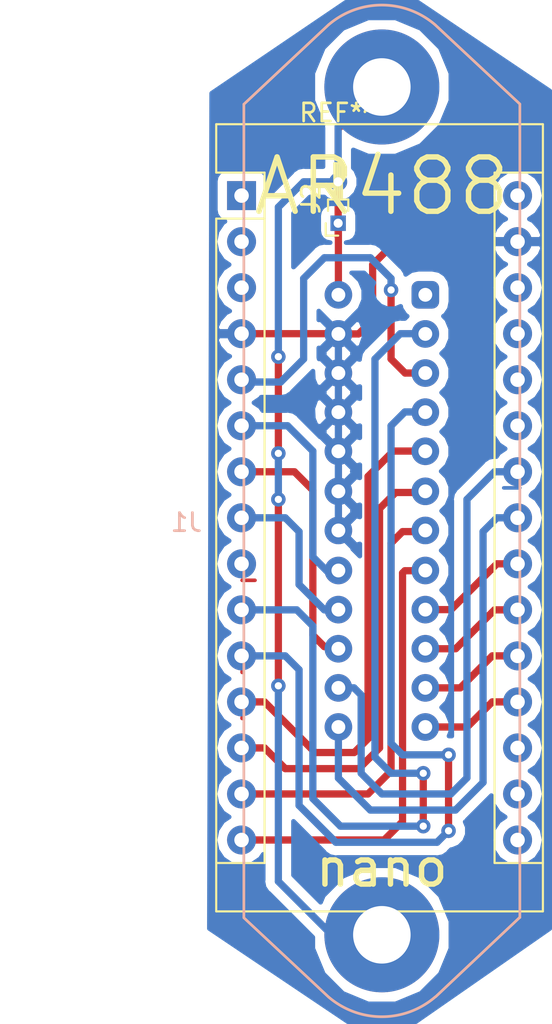
<source format=kicad_pcb>
(kicad_pcb (version 20171130) (host pcbnew 5.0.2+dfsg1-1~bpo9+1)

  (general
    (thickness 1.6)
    (drawings 2)
    (tracks 141)
    (zones 0)
    (modules 4)
    (nets 32)
  )

  (page A4)
  (layers
    (0 F.Cu signal)
    (31 B.Cu signal)
    (32 B.Adhes user)
    (33 F.Adhes user)
    (34 B.Paste user)
    (35 F.Paste user)
    (36 B.SilkS user)
    (37 F.SilkS user)
    (38 B.Mask user)
    (39 F.Mask user)
    (40 Dwgs.User user)
    (41 Cmts.User user)
    (42 Eco1.User user)
    (43 Eco2.User user)
    (44 Edge.Cuts user)
    (45 Margin user)
    (46 B.CrtYd user)
    (47 F.CrtYd user)
    (48 B.Fab user)
    (49 F.Fab user)
  )

  (setup
    (last_trace_width 0.4)
    (trace_clearance 0.15)
    (zone_clearance 0.508)
    (zone_45_only no)
    (trace_min 0.2)
    (segment_width 0.2)
    (edge_width 0.15)
    (via_size 0.8)
    (via_drill 0.4)
    (via_min_size 0.4)
    (via_min_drill 0.3)
    (uvia_size 0.3)
    (uvia_drill 0.1)
    (uvias_allowed no)
    (uvia_min_size 0.2)
    (uvia_min_drill 0.1)
    (pcb_text_width 0.3)
    (pcb_text_size 1.5 1.5)
    (mod_edge_width 0.15)
    (mod_text_size 1 1)
    (mod_text_width 0.15)
    (pad_size 1.524 1.524)
    (pad_drill 0.762)
    (pad_to_mask_clearance 0.051)
    (solder_mask_min_width 0.25)
    (aux_axis_origin 0 0)
    (visible_elements FFFFFF7F)
    (pcbplotparams
      (layerselection 0x010fc_ffffffff)
      (usegerberextensions false)
      (usegerberattributes false)
      (usegerberadvancedattributes false)
      (creategerberjobfile false)
      (excludeedgelayer true)
      (linewidth 0.100000)
      (plotframeref false)
      (viasonmask false)
      (mode 1)
      (useauxorigin false)
      (hpglpennumber 1)
      (hpglpenspeed 20)
      (hpglpendiameter 15.000000)
      (psnegative false)
      (psa4output false)
      (plotreference true)
      (plotvalue true)
      (plotinvisibletext false)
      (padsonsilk false)
      (subtractmaskfromsilk false)
      (outputformat 1)
      (mirror false)
      (drillshape 1)
      (scaleselection 1)
      (outputdirectory ""))
  )

  (net 0 "")
  (net 1 "Net-(A1-Pad1)")
  (net 2 "Net-(A1-Pad17)")
  (net 3 "Net-(A1-Pad2)")
  (net 4 "Net-(A1-Pad18)")
  (net 5 "Net-(A1-Pad3)")
  (net 6 "Net-(A1-Pad19)")
  (net 7 "Net-(A1-Pad29)")
  (net 8 "Net-(A1-Pad20)")
  (net 9 "Net-(A1-Pad5)")
  (net 10 "Net-(A1-Pad21)")
  (net 11 "Net-(A1-Pad6)")
  (net 12 "Net-(A1-Pad22)")
  (net 13 "Net-(A1-Pad7)")
  (net 14 "Net-(A1-Pad23)")
  (net 15 "Net-(A1-Pad8)")
  (net 16 "Net-(A1-Pad24)")
  (net 17 "Net-(A1-Pad9)")
  (net 18 "Net-(A1-Pad25)")
  (net 19 "Net-(A1-Pad10)")
  (net 20 "Net-(A1-Pad26)")
  (net 21 "Net-(A1-Pad11)")
  (net 22 "Net-(A1-Pad27)")
  (net 23 "Net-(A1-Pad12)")
  (net 24 "Net-(A1-Pad28)")
  (net 25 "Net-(A1-Pad13)")
  (net 26 "Net-(A1-Pad14)")
  (net 27 "Net-(A1-Pad30)")
  (net 28 "Net-(A1-Pad15)")
  (net 29 "Net-(A1-Pad16)")
  (net 30 "Net-(J1-Pad12)")
  (net 31 "Net-(J1-Pad24)")

  (net_class Default "This is the default net class."
    (clearance 0.15)
    (trace_width 0.4)
    (via_dia 0.8)
    (via_drill 0.4)
    (uvia_dia 0.3)
    (uvia_drill 0.1)
    (add_net "Net-(A1-Pad1)")
    (add_net "Net-(A1-Pad10)")
    (add_net "Net-(A1-Pad11)")
    (add_net "Net-(A1-Pad12)")
    (add_net "Net-(A1-Pad13)")
    (add_net "Net-(A1-Pad14)")
    (add_net "Net-(A1-Pad15)")
    (add_net "Net-(A1-Pad16)")
    (add_net "Net-(A1-Pad17)")
    (add_net "Net-(A1-Pad18)")
    (add_net "Net-(A1-Pad19)")
    (add_net "Net-(A1-Pad2)")
    (add_net "Net-(A1-Pad20)")
    (add_net "Net-(A1-Pad21)")
    (add_net "Net-(A1-Pad22)")
    (add_net "Net-(A1-Pad23)")
    (add_net "Net-(A1-Pad24)")
    (add_net "Net-(A1-Pad25)")
    (add_net "Net-(A1-Pad26)")
    (add_net "Net-(A1-Pad27)")
    (add_net "Net-(A1-Pad28)")
    (add_net "Net-(A1-Pad29)")
    (add_net "Net-(A1-Pad3)")
    (add_net "Net-(A1-Pad30)")
    (add_net "Net-(A1-Pad5)")
    (add_net "Net-(A1-Pad6)")
    (add_net "Net-(A1-Pad7)")
    (add_net "Net-(A1-Pad8)")
    (add_net "Net-(A1-Pad9)")
    (add_net "Net-(J1-Pad12)")
    (add_net "Net-(J1-Pad24)")
  )

  (module Connector_Wire:SolderWirePad_1x01_Drill1mm (layer F.Cu) (tedit 5D83A248) (tstamp 5D83DC18)
    (at 121.412 77.851)
    (descr "Wire solder connection")
    (tags connector)
    (attr virtual)
    (fp_text reference REF** (at 0 -3.81) (layer F.SilkS)
      (effects (font (size 1 1) (thickness 0.15)))
    )
    (fp_text value SolderWirePad_1x01_Drill1mm (at 0 3.175) (layer F.Fab)
      (effects (font (size 1 1) (thickness 0.15)))
    )
    (fp_text user %R (at 0 0) (layer F.Fab)
      (effects (font (size 1 1) (thickness 0.15)))
    )
    (fp_line (start -1.75 -1.75) (end 1.75 -1.75) (layer F.CrtYd) (width 0.05))
    (fp_line (start -1.75 -1.75) (end -1.75 1.75) (layer F.CrtYd) (width 0.05))
    (fp_line (start 1.75 1.75) (end 1.75 -1.75) (layer F.CrtYd) (width 0.05))
    (fp_line (start 1.75 1.75) (end -1.75 1.75) (layer F.CrtYd) (width 0.05))
    (pad 1 thru_hole circle (at 0 0) (size 1 1) (drill 0.5) (layers *.Cu *.Mask))
  )

  (module Module:Arduino_Nano (layer F.Cu) (tedit 58ACAF70) (tstamp 5C9734D7)
    (at 116.078 78.613)
    (descr "Arduino Nano, http://www.mouser.com/pdfdocs/Gravitech_Arduino_Nano3_0.pdf")
    (tags "Arduino Nano")
    (path /5C81BEA7)
    (fp_text reference A1 (at 7.62 -5.08) (layer F.SilkS)
      (effects (font (size 1 1) (thickness 0.15)))
    )
    (fp_text value Arduino_Nano_v3.x (at 8.89 19.05 90) (layer F.Fab)
      (effects (font (size 1 1) (thickness 0.15)))
    )
    (fp_text user %R (at 6.35 19.05 90) (layer F.Fab)
      (effects (font (size 1 1) (thickness 0.15)))
    )
    (fp_line (start 1.27 1.27) (end 1.27 -1.27) (layer F.SilkS) (width 0.12))
    (fp_line (start 1.27 -1.27) (end -1.4 -1.27) (layer F.SilkS) (width 0.12))
    (fp_line (start -1.4 1.27) (end -1.4 39.5) (layer F.SilkS) (width 0.12))
    (fp_line (start -1.4 -3.94) (end -1.4 -1.27) (layer F.SilkS) (width 0.12))
    (fp_line (start 13.97 -1.27) (end 16.64 -1.27) (layer F.SilkS) (width 0.12))
    (fp_line (start 13.97 -1.27) (end 13.97 36.83) (layer F.SilkS) (width 0.12))
    (fp_line (start 13.97 36.83) (end 16.64 36.83) (layer F.SilkS) (width 0.12))
    (fp_line (start 1.27 1.27) (end -1.4 1.27) (layer F.SilkS) (width 0.12))
    (fp_line (start 1.27 1.27) (end 1.27 36.83) (layer F.SilkS) (width 0.12))
    (fp_line (start 1.27 36.83) (end -1.4 36.83) (layer F.SilkS) (width 0.12))
    (fp_line (start 3.81 31.75) (end 11.43 31.75) (layer F.Fab) (width 0.1))
    (fp_line (start 11.43 31.75) (end 11.43 41.91) (layer F.Fab) (width 0.1))
    (fp_line (start 11.43 41.91) (end 3.81 41.91) (layer F.Fab) (width 0.1))
    (fp_line (start 3.81 41.91) (end 3.81 31.75) (layer F.Fab) (width 0.1))
    (fp_line (start -1.4 39.5) (end 16.64 39.5) (layer F.SilkS) (width 0.12))
    (fp_line (start 16.64 39.5) (end 16.64 -3.94) (layer F.SilkS) (width 0.12))
    (fp_line (start 16.64 -3.94) (end -1.4 -3.94) (layer F.SilkS) (width 0.12))
    (fp_line (start 16.51 39.37) (end -1.27 39.37) (layer F.Fab) (width 0.1))
    (fp_line (start -1.27 39.37) (end -1.27 -2.54) (layer F.Fab) (width 0.1))
    (fp_line (start -1.27 -2.54) (end 0 -3.81) (layer F.Fab) (width 0.1))
    (fp_line (start 0 -3.81) (end 16.51 -3.81) (layer F.Fab) (width 0.1))
    (fp_line (start 16.51 -3.81) (end 16.51 39.37) (layer F.Fab) (width 0.1))
    (fp_line (start -1.53 -4.06) (end 16.75 -4.06) (layer F.CrtYd) (width 0.05))
    (fp_line (start -1.53 -4.06) (end -1.53 42.16) (layer F.CrtYd) (width 0.05))
    (fp_line (start 16.75 42.16) (end 16.75 -4.06) (layer F.CrtYd) (width 0.05))
    (fp_line (start 16.75 42.16) (end -1.53 42.16) (layer F.CrtYd) (width 0.05))
    (pad 1 thru_hole rect (at 0 0) (size 1.6 1.6) (drill 0.8) (layers *.Cu *.Mask)
      (net 1 "Net-(A1-Pad1)"))
    (pad 17 thru_hole oval (at 15.24 33.02) (size 1.6 1.6) (drill 0.8) (layers *.Cu *.Mask)
      (net 2 "Net-(A1-Pad17)"))
    (pad 2 thru_hole oval (at 0 2.54) (size 1.6 1.6) (drill 0.8) (layers *.Cu *.Mask)
      (net 3 "Net-(A1-Pad2)"))
    (pad 18 thru_hole oval (at 15.24 30.48) (size 1.6 1.6) (drill 0.8) (layers *.Cu *.Mask)
      (net 4 "Net-(A1-Pad18)"))
    (pad 3 thru_hole oval (at 0 5.08) (size 1.6 1.6) (drill 0.8) (layers *.Cu *.Mask)
      (net 5 "Net-(A1-Pad3)"))
    (pad 19 thru_hole oval (at 15.24 27.94) (size 1.6 1.6) (drill 0.8) (layers *.Cu *.Mask)
      (net 6 "Net-(A1-Pad19)"))
    (pad 4 thru_hole oval (at 0 7.62) (size 1.6 1.6) (drill 0.8) (layers *.Cu *.Mask)
      (net 7 "Net-(A1-Pad29)"))
    (pad 20 thru_hole oval (at 15.24 25.4) (size 1.6 1.6) (drill 0.8) (layers *.Cu *.Mask)
      (net 8 "Net-(A1-Pad20)"))
    (pad 5 thru_hole oval (at 0 10.16) (size 1.6 1.6) (drill 0.8) (layers *.Cu *.Mask)
      (net 9 "Net-(A1-Pad5)"))
    (pad 21 thru_hole oval (at 15.24 22.86) (size 1.6 1.6) (drill 0.8) (layers *.Cu *.Mask)
      (net 10 "Net-(A1-Pad21)"))
    (pad 6 thru_hole oval (at 0 12.7) (size 1.6 1.6) (drill 0.8) (layers *.Cu *.Mask)
      (net 11 "Net-(A1-Pad6)"))
    (pad 22 thru_hole oval (at 15.24 20.32) (size 1.6 1.6) (drill 0.8) (layers *.Cu *.Mask)
      (net 12 "Net-(A1-Pad22)"))
    (pad 7 thru_hole oval (at 0 15.24) (size 1.6 1.6) (drill 0.8) (layers *.Cu *.Mask)
      (net 13 "Net-(A1-Pad7)"))
    (pad 23 thru_hole oval (at 15.24 17.78) (size 1.6 1.6) (drill 0.8) (layers *.Cu *.Mask)
      (net 14 "Net-(A1-Pad23)"))
    (pad 8 thru_hole oval (at 0 17.78) (size 1.6 1.6) (drill 0.8) (layers *.Cu *.Mask)
      (net 15 "Net-(A1-Pad8)"))
    (pad 24 thru_hole oval (at 15.24 15.24) (size 1.6 1.6) (drill 0.8) (layers *.Cu *.Mask)
      (net 16 "Net-(A1-Pad24)"))
    (pad 9 thru_hole oval (at 0 20.32) (size 1.6 1.6) (drill 0.8) (layers *.Cu *.Mask)
      (net 17 "Net-(A1-Pad9)"))
    (pad 25 thru_hole oval (at 15.24 12.7) (size 1.6 1.6) (drill 0.8) (layers *.Cu *.Mask)
      (net 18 "Net-(A1-Pad25)"))
    (pad 10 thru_hole oval (at 0 22.86) (size 1.6 1.6) (drill 0.8) (layers *.Cu *.Mask)
      (net 19 "Net-(A1-Pad10)"))
    (pad 26 thru_hole oval (at 15.24 10.16) (size 1.6 1.6) (drill 0.8) (layers *.Cu *.Mask)
      (net 20 "Net-(A1-Pad26)"))
    (pad 11 thru_hole oval (at 0 25.4) (size 1.6 1.6) (drill 0.8) (layers *.Cu *.Mask)
      (net 21 "Net-(A1-Pad11)"))
    (pad 27 thru_hole oval (at 15.24 7.62) (size 1.6 1.6) (drill 0.8) (layers *.Cu *.Mask)
      (net 22 "Net-(A1-Pad27)"))
    (pad 12 thru_hole oval (at 0 27.94) (size 1.6 1.6) (drill 0.8) (layers *.Cu *.Mask)
      (net 23 "Net-(A1-Pad12)"))
    (pad 28 thru_hole oval (at 15.24 5.08) (size 1.6 1.6) (drill 0.8) (layers *.Cu *.Mask)
      (net 24 "Net-(A1-Pad28)"))
    (pad 13 thru_hole oval (at 0 30.48) (size 1.6 1.6) (drill 0.8) (layers *.Cu *.Mask)
      (net 25 "Net-(A1-Pad13)"))
    (pad 29 thru_hole oval (at 15.24 2.54) (size 1.6 1.6) (drill 0.8) (layers *.Cu *.Mask)
      (net 7 "Net-(A1-Pad29)"))
    (pad 14 thru_hole oval (at 0 33.02) (size 1.6 1.6) (drill 0.8) (layers *.Cu *.Mask)
      (net 26 "Net-(A1-Pad14)"))
    (pad 30 thru_hole oval (at 15.24 0) (size 1.6 1.6) (drill 0.8) (layers *.Cu *.Mask)
      (net 27 "Net-(A1-Pad30)"))
    (pad 15 thru_hole oval (at 0 35.56) (size 1.6 1.6) (drill 0.8) (layers *.Cu *.Mask)
      (net 28 "Net-(A1-Pad15)"))
    (pad 16 thru_hole oval (at 15.24 35.56) (size 1.6 1.6) (drill 0.8) (layers *.Cu *.Mask)
      (net 29 "Net-(A1-Pad16)"))
    (model ${KISYS3DMOD}/Module.3dshapes/Arduino_Nano_WithMountingHoles.wrl
      (at (xyz 0 0 0))
      (scale (xyz 1 1 1))
      (rotate (xyz 0 0 0))
    )
  )

  (module Connector_PinHeader_1.00mm:PinHeader_1x01_P1.00mm_Horizontal (layer F.Cu) (tedit 59FED737) (tstamp 5D83D9E3)
    (at 121.412 80.137 90)
    (descr "Through hole angled pin header, 1x01, 1.00mm pitch, 2.0mm pin length, single row")
    (tags "Through hole angled pin header THT 1x01 1.00mm single row")
    (path /5C83B5DF)
    (fp_text reference J2 (at 1.375 -1.5 90) (layer F.SilkS)
      (effects (font (size 1 1) (thickness 0.15)))
    )
    (fp_text value Conn_01x01 (at 1.375 1.5 90) (layer F.Fab)
      (effects (font (size 1 1) (thickness 0.15)))
    )
    (fp_line (start 0.5 -0.5) (end 1.25 -0.5) (layer F.Fab) (width 0.1))
    (fp_line (start 1.25 -0.5) (end 1.25 0.5) (layer F.Fab) (width 0.1))
    (fp_line (start 1.25 0.5) (end 0.25 0.5) (layer F.Fab) (width 0.1))
    (fp_line (start 0.25 0.5) (end 0.25 -0.25) (layer F.Fab) (width 0.1))
    (fp_line (start 0.25 -0.25) (end 0.5 -0.5) (layer F.Fab) (width 0.1))
    (fp_line (start -0.15 -0.15) (end 0.25 -0.15) (layer F.Fab) (width 0.1))
    (fp_line (start -0.15 -0.15) (end -0.15 0.15) (layer F.Fab) (width 0.1))
    (fp_line (start -0.15 0.15) (end 0.25 0.15) (layer F.Fab) (width 0.1))
    (fp_line (start 1.25 -0.15) (end 3.25 -0.15) (layer F.Fab) (width 0.1))
    (fp_line (start 3.25 -0.15) (end 3.25 0.15) (layer F.Fab) (width 0.1))
    (fp_line (start 1.25 0.15) (end 3.25 0.15) (layer F.Fab) (width 0.1))
    (fp_line (start 0.685 -0.56) (end 1.31 -0.56) (layer F.SilkS) (width 0.12))
    (fp_line (start 1.31 -0.56) (end 1.31 0.56) (layer F.SilkS) (width 0.12))
    (fp_line (start 1.31 0.56) (end 0.685 0.56) (layer F.SilkS) (width 0.12))
    (fp_line (start 1.31 -0.21) (end 3.31 -0.21) (layer F.SilkS) (width 0.12))
    (fp_line (start 3.31 -0.21) (end 3.31 0.21) (layer F.SilkS) (width 0.12))
    (fp_line (start 3.31 0.21) (end 1.31 0.21) (layer F.SilkS) (width 0.12))
    (fp_line (start 1.31 -0.15) (end 3.31 -0.15) (layer F.SilkS) (width 0.12))
    (fp_line (start 1.31 -0.03) (end 3.31 -0.03) (layer F.SilkS) (width 0.12))
    (fp_line (start 1.31 0.09) (end 3.31 0.09) (layer F.SilkS) (width 0.12))
    (fp_line (start -0.685 0) (end -0.685 -0.685) (layer F.SilkS) (width 0.12))
    (fp_line (start -0.685 -0.685) (end 0 -0.685) (layer F.SilkS) (width 0.12))
    (fp_line (start -1 -1) (end -1 1) (layer F.CrtYd) (width 0.05))
    (fp_line (start -1 1) (end 3.75 1) (layer F.CrtYd) (width 0.05))
    (fp_line (start 3.75 1) (end 3.75 -1) (layer F.CrtYd) (width 0.05))
    (fp_line (start 3.75 -1) (end -1 -1) (layer F.CrtYd) (width 0.05))
    (fp_text user %R (at 0.75 0 180) (layer F.Fab)
      (effects (font (size 0.6 0.6) (thickness 0.09)))
    )
    (pad 1 thru_hole rect (at 0 0 90) (size 0.85 0.85) (drill 0.5) (layers *.Cu *.Mask)
      (net 31 "Net-(J1-Pad24)"))
    (model ${KISYS3DMOD}/Connector_PinHeader_1.00mm.3dshapes/PinHeader_1x01_P1.00mm_Horizontal.wrl
      (at (xyz 0 0 0))
      (scale (xyz 1 1 1))
      (rotate (xyz 0 0 0))
    )
  )

  (module microribbon:Microribbon-24 (layer B.Cu) (tedit 5D83A126) (tstamp 5C973740)
    (at 123.825 96.012)
    (path /5C81C001)
    (fp_text reference J1 (at -10.795 0.635) (layer B.SilkS)
      (effects (font (size 1 1) (thickness 0.15)) (justify mirror))
    )
    (fp_text value Conn_02x12_Top_Bottom (at -11.7221 3.5052) (layer B.Fab)
      (effects (font (size 1 1) (thickness 0.15)) (justify mirror))
    )
    (fp_line (start 7.62 22.4409) (end 7.62 -22.4409) (layer B.SilkS) (width 0.15))
    (fp_line (start -7.62 22.4409) (end -7.62 -22.4409) (layer B.SilkS) (width 0.15))
    (fp_arc (start 0 -23.3934) (end 2.9464 -26.8224) (angle -81) (layer B.SilkS) (width 0.15))
    (fp_line (start 7.62 -22.4536) (end 2.9591 -26.8097) (layer B.SilkS) (width 0.15))
    (fp_line (start -7.62 -22.4409) (end -2.9337 -26.8351) (layer B.SilkS) (width 0.15))
    (fp_arc (start 0 23.3934) (end 2.9464 26.8224) (angle 81) (layer B.SilkS) (width 0.15))
    (fp_line (start 7.62 22.4282) (end 2.9718 26.8097) (layer B.SilkS) (width 0.15))
    (fp_line (start -7.62 22.4536) (end -2.9337 26.8351) (layer B.SilkS) (width 0.15))
    (pad 18 thru_hole circle (at -2.4003 1.0795) (size 1.524 1.524) (drill 0.762) (layers *.Cu *.Mask)
      (net 7 "Net-(A1-Pad29)"))
    (pad 6 thru_hole circle (at 2.4003 1.0795) (size 1.524 1.524) (drill 0.762) (layers *.Cu *.Mask)
      (net 26 "Net-(A1-Pad14)"))
    (pad 7 thru_hole circle (at 2.4003 -1.0795) (size 1.524 1.524) (drill 0.762) (layers *.Cu *.Mask)
      (net 25 "Net-(A1-Pad13)"))
    (pad 19 thru_hole circle (at -2.4003 -1.0795) (size 1.524 1.524) (drill 0.762) (layers *.Cu *.Mask)
      (net 7 "Net-(A1-Pad29)"))
    (pad 20 thru_hole circle (at -2.4003 -3.2893) (size 1.524 1.524) (drill 0.762) (layers *.Cu *.Mask)
      (net 7 "Net-(A1-Pad29)"))
    (pad 21 thru_hole circle (at -2.4003 -5.4483) (size 1.524 1.524) (drill 0.762) (layers *.Cu *.Mask)
      (net 7 "Net-(A1-Pad29)"))
    (pad 9 thru_hole circle (at 2.4003 -5.4483) (size 1.524 1.524) (drill 0.762) (layers *.Cu *.Mask)
      (net 21 "Net-(A1-Pad11)"))
    (pad 8 thru_hole circle (at 2.4003 -3.2893) (size 1.524 1.524) (drill 0.762) (layers *.Cu *.Mask)
      (net 23 "Net-(A1-Pad12)"))
    (pad 22 thru_hole circle (at -2.4003 -7.6073) (size 1.524 1.524) (drill 0.762) (layers *.Cu *.Mask)
      (net 7 "Net-(A1-Pad29)"))
    (pad 23 thru_hole circle (at -2.4003 -9.7663) (size 1.524 1.524) (drill 0.762) (layers *.Cu *.Mask)
      (net 7 "Net-(A1-Pad29)"))
    (pad 11 thru_hole circle (at 2.4003 -9.7663) (size 1.524 1.524) (drill 0.762) (layers *.Cu *.Mask)
      (net 19 "Net-(A1-Pad10)"))
    (pad 10 thru_hole circle (at 2.4003 -7.6073) (size 1.524 1.524) (drill 0.762) (layers *.Cu *.Mask)
      (net 9 "Net-(A1-Pad5)"))
    (pad 24 thru_hole circle (at -2.4003 -11.9253) (size 1.524 1.524) (drill 0.762) (layers *.Cu *.Mask)
      (net 31 "Net-(J1-Pad24)"))
    (pad 12 thru_hole roundrect (at 2.4003 -11.9253) (size 1.524 1.524) (drill 0.762) (layers *.Cu *.Mask) (roundrect_rratio 0.25)
      (net 30 "Net-(J1-Pad12)"))
    (pad 16 thru_hole circle (at -2.4003 5.4483) (size 1.524 1.524) (drill 0.762) (layers *.Cu *.Mask)
      (net 15 "Net-(A1-Pad8)"))
    (pad 17 thru_hole circle (at -2.4003 3.2893) (size 1.524 1.524) (drill 0.762) (layers *.Cu *.Mask)
      (net 11 "Net-(A1-Pad6)"))
    (pad 5 thru_hole circle (at 2.4003 3.2893) (size 1.524 1.524) (drill 0.762) (layers *.Cu *.Mask)
      (net 28 "Net-(A1-Pad15)"))
    (pad 4 thru_hole circle (at 2.4003 5.4483 270) (size 1.524 1.524) (drill 0.762) (layers *.Cu *.Mask)
      (net 12 "Net-(A1-Pad22)"))
    (pad 14 thru_hole circle (at -2.4003 9.7663) (size 1.524 1.524) (drill 0.762) (layers *.Cu *.Mask)
      (net 16 "Net-(A1-Pad24)"))
    (pad 15 thru_hole circle (at -2.4003 7.6073) (size 1.524 1.524) (drill 0.762) (layers *.Cu *.Mask)
      (net 13 "Net-(A1-Pad7)"))
    (pad 3 thru_hole circle (at 2.4003 7.6073) (size 1.524 1.524) (drill 0.762) (layers *.Cu *.Mask)
      (net 10 "Net-(A1-Pad21)"))
    (pad 2 thru_hole circle (at 2.4003 9.7663) (size 1.524 1.524) (drill 0.762) (layers *.Cu *.Mask)
      (net 8 "Net-(A1-Pad20)"))
    (pad 1 thru_hole circle (at 2.4003 11.9253) (size 1.524 1.524) (drill 0.762) (layers *.Cu *.Mask)
      (net 6 "Net-(A1-Pad19)"))
    (pad 13 thru_hole circle (at -2.4003 11.9253) (size 1.524 1.524) (drill 0.762) (layers *.Cu *.Mask)
      (net 14 "Net-(A1-Pad23)"))
    (pad 25 thru_hole circle (at 0 23.3934) (size 6.35 6.35) (drill 3.175) (layers *.Cu *.Mask))
    (pad 25 thru_hole circle (at 0 -23.3934) (size 6.35 6.35) (drill 3.175) (layers *.Cu *.Mask))
  )

  (gr_text nano (at 123.825 115.697) (layer F.SilkS)
    (effects (font (size 2 2) (thickness 0.3)))
  )
  (gr_text AR488 (at 123.825 78.105) (layer F.SilkS)
    (effects (font (size 3 3) (thickness 0.3)))
  )

  (segment (start 121.412 77.851) (end 121.412 74.93) (width 0.4) (layer F.Cu) (net 0))
  (segment (start 121.412 74.93) (end 123.698 72.644) (width 0.4) (layer F.Cu) (net 0))
  (segment (start 121.412 77.851) (end 121.412 80.899) (width 0.4) (layer F.Cu) (net 0))
  (segment (start 123.825 119.4054) (end 121.0564 119.4054) (width 0.4) (layer B.Cu) (net 0))
  (via (at 118.11 105.664) (size 0.8) (drill 0.4) (layers F.Cu B.Cu) (net 0))
  (segment (start 118.11 116.459) (end 118.11 105.664) (width 0.4) (layer B.Cu) (net 0))
  (segment (start 121.0564 119.4054) (end 118.11 116.459) (width 0.4) (layer B.Cu) (net 0))
  (via (at 118.11 95.377) (size 0.8) (drill 0.4) (layers F.Cu B.Cu) (net 0))
  (segment (start 118.11 105.664) (end 118.11 95.377) (width 0.4) (layer F.Cu) (net 0))
  (via (at 118.11 92.837) (size 0.8) (drill 0.4) (layers F.Cu B.Cu) (net 0))
  (segment (start 118.11 95.377) (end 118.11 92.837) (width 0.4) (layer B.Cu) (net 0))
  (via (at 118.11 87.503) (size 0.8) (drill 0.4) (layers F.Cu B.Cu) (net 0))
  (segment (start 118.11 92.837) (end 118.11 87.503) (width 0.4) (layer F.Cu) (net 0))
  (segment (start 119.507 77.851) (end 121.412 77.851) (width 0.4) (layer B.Cu) (net 0))
  (segment (start 118.11 79.248) (end 119.507 77.851) (width 0.4) (layer B.Cu) (net 0))
  (segment (start 118.11 87.503) (end 118.11 79.248) (width 0.4) (layer B.Cu) (net 0))
  (segment (start 121.412 77.851) (end 121.412 74.803) (width 0.4) (layer B.Cu) (net 0))
  (segment (start 121.412 74.803) (end 123.698 72.517) (width 0.4) (layer B.Cu) (net 0))
  (segment (start 126.2253 107.9373) (end 128.5367 107.9373) (width 0.4) (layer F.Cu) (net 6))
  (segment (start 128.5367 107.9373) (end 129.921 106.553) (width 0.4) (layer F.Cu) (net 6))
  (segment (start 129.921 106.553) (end 131.064 106.553) (width 0.4) (layer F.Cu) (net 6))
  (segment (start 116.078 86.233) (end 121.539 86.233) (width 0.4) (layer F.Cu) (net 7))
  (segment (start 121.4247 86.2457) (end 121.4247 96.8883) (width 0.4) (layer F.Cu) (net 7))
  (segment (start 121.4247 96.8883) (end 121.412 96.901) (width 0.4) (layer F.Cu) (net 7))
  (segment (start 124.587 81.153) (end 131.318 81.153) (width 0.4) (layer F.Cu) (net 7))
  (segment (start 121.4247 86.2457) (end 122.5423 86.2457) (width 0.4) (layer F.Cu) (net 7))
  (segment (start 122.5423 86.2457) (end 123.317 85.471) (width 0.4) (layer F.Cu) (net 7))
  (segment (start 123.317 85.471) (end 123.317 82.423) (width 0.4) (layer F.Cu) (net 7))
  (segment (start 123.317 82.423) (end 124.587 81.153) (width 0.4) (layer F.Cu) (net 7))
  (segment (start 121.4247 86.2457) (end 121.4247 97.1423) (width 0.4) (layer B.Cu) (net 7))
  (segment (start 121.4247 97.1423) (end 121.412 97.155) (width 0.4) (layer B.Cu) (net 7))
  (segment (start 126.2253 105.7783) (end 128.1557 105.7783) (width 0.4) (layer F.Cu) (net 8))
  (segment (start 128.1557 105.7783) (end 129.921 104.013) (width 0.4) (layer F.Cu) (net 8))
  (segment (start 129.921 104.013) (end 131.191 104.013) (width 0.4) (layer F.Cu) (net 8))
  (via (at 124.333 83.82) (size 0.8) (drill 0.4) (layers F.Cu B.Cu) (net 9))
  (segment (start 125.1077 88.4047) (end 126.2253 88.4047) (width 0.4) (layer F.Cu) (net 9))
  (segment (start 124.333 87.63) (end 125.1077 88.4047) (width 0.4) (layer F.Cu) (net 9))
  (segment (start 124.333 83.82) (end 124.333 87.63) (width 0.4) (layer F.Cu) (net 9))
  (segment (start 119.507 87.63) (end 118.237 88.9) (width 0.4) (layer B.Cu) (net 9))
  (segment (start 119.507 83.185) (end 119.507 87.63) (width 0.4) (layer B.Cu) (net 9))
  (segment (start 124.333 83.82) (end 124.333 83.185) (width 0.4) (layer B.Cu) (net 9))
  (segment (start 118.237 88.9) (end 116.078 88.9) (width 0.4) (layer B.Cu) (net 9))
  (segment (start 124.333 83.185) (end 123.19 82.042) (width 0.4) (layer B.Cu) (net 9))
  (segment (start 123.19 82.042) (end 120.65 82.042) (width 0.4) (layer B.Cu) (net 9))
  (segment (start 120.65 82.042) (end 119.507 83.185) (width 0.4) (layer B.Cu) (net 9))
  (segment (start 126.2253 103.6193) (end 127.9017 103.6193) (width 0.4) (layer F.Cu) (net 10))
  (segment (start 127.9017 103.6193) (end 130.048 101.473) (width 0.4) (layer F.Cu) (net 10))
  (segment (start 130.048 101.473) (end 131.318 101.473) (width 0.4) (layer F.Cu) (net 10))
  (segment (start 120.777 99.314) (end 121.412 99.314) (width 0.4) (layer B.Cu) (net 11))
  (segment (start 116.078 91.313) (end 118.618 91.313) (width 0.4) (layer B.Cu) (net 11))
  (segment (start 118.618 91.313) (end 120.015 92.71) (width 0.4) (layer B.Cu) (net 11))
  (segment (start 120.015 92.71) (end 120.015 98.552) (width 0.4) (layer B.Cu) (net 11))
  (segment (start 120.015 98.552) (end 120.777 99.314) (width 0.4) (layer B.Cu) (net 11))
  (segment (start 126.2253 101.4603) (end 127.6477 101.4603) (width 0.4) (layer F.Cu) (net 12))
  (segment (start 127.6477 101.4603) (end 130.175 98.933) (width 0.4) (layer F.Cu) (net 12))
  (segment (start 130.175 98.933) (end 131.318 98.933) (width 0.4) (layer F.Cu) (net 12))
  (segment (start 120.65 103.505) (end 121.412 103.505) (width 0.4) (layer F.Cu) (net 13))
  (segment (start 116.078 93.853) (end 118.999 93.853) (width 0.4) (layer F.Cu) (net 13))
  (segment (start 118.999 93.853) (end 120.015 94.869) (width 0.4) (layer F.Cu) (net 13))
  (segment (start 120.015 94.869) (end 120.015 102.87) (width 0.4) (layer F.Cu) (net 13))
  (segment (start 120.015 102.87) (end 120.65 103.505) (width 0.4) (layer F.Cu) (net 13))
  (segment (start 121.4247 107.9373) (end 121.4247 110.7567) (width 0.4) (layer B.Cu) (net 14))
  (segment (start 121.4247 110.7567) (end 123.19 112.522) (width 0.4) (layer B.Cu) (net 14))
  (segment (start 123.19 112.522) (end 127.889 112.522) (width 0.4) (layer B.Cu) (net 14))
  (segment (start 127.889 112.522) (end 129.413 110.998) (width 0.4) (layer B.Cu) (net 14))
  (segment (start 129.413 110.998) (end 129.413 97.155) (width 0.4) (layer B.Cu) (net 14))
  (segment (start 129.413 97.155) (end 130.175 96.393) (width 0.4) (layer B.Cu) (net 14))
  (segment (start 130.175 96.393) (end 131.318 96.393) (width 0.4) (layer B.Cu) (net 14))
  (segment (start 120.65 101.473) (end 121.285 101.473) (width 0.4) (layer B.Cu) (net 15))
  (segment (start 116.078 96.393) (end 118.491 96.393) (width 0.4) (layer B.Cu) (net 15))
  (segment (start 118.491 96.393) (end 119.253 97.155) (width 0.4) (layer B.Cu) (net 15))
  (segment (start 119.253 97.155) (end 119.253 100.076) (width 0.4) (layer B.Cu) (net 15))
  (segment (start 119.253 100.076) (end 120.65 101.473) (width 0.4) (layer B.Cu) (net 15))
  (segment (start 130.556 94.742) (end 131.445 94.742) (width 0.2) (layer B.Cu) (net 16))
  (segment (start 121.4247 105.7783) (end 122.2883 105.7783) (width 0.4) (layer B.Cu) (net 16))
  (segment (start 122.2883 105.7783) (end 122.682 106.172) (width 0.4) (layer B.Cu) (net 16))
  (segment (start 122.682 106.172) (end 122.682 110.49) (width 0.4) (layer B.Cu) (net 16))
  (segment (start 122.682 110.49) (end 123.825 111.633) (width 0.4) (layer B.Cu) (net 16))
  (segment (start 123.825 111.633) (end 127.635 111.633) (width 0.4) (layer B.Cu) (net 16))
  (segment (start 127.635 111.633) (end 128.524 110.744) (width 0.4) (layer B.Cu) (net 16))
  (segment (start 128.524 110.744) (end 128.524 95.377) (width 0.4) (layer B.Cu) (net 16))
  (segment (start 128.524 95.377) (end 130.048 93.853) (width 0.4) (layer B.Cu) (net 16))
  (segment (start 130.048 93.853) (end 131.318 93.853) (width 0.4) (layer B.Cu) (net 16))
  (segment (start 116.109001 99.843001) (end 116.818999 99.843001) (width 0.2) (layer F.Cu) (net 17))
  (via (at 126.111 113.411) (size 0.8) (drill 0.4) (layers F.Cu B.Cu) (net 19))
  (via (at 126.111 110.49) (size 0.8) (drill 0.4) (layers F.Cu B.Cu) (net 19))
  (segment (start 126.111 113.411) (end 126.111 110.49) (width 0.4) (layer F.Cu) (net 19))
  (segment (start 124.841 86.233) (end 126.111 86.233) (width 0.4) (layer B.Cu) (net 19))
  (segment (start 126.111 110.49) (end 124.333 110.49) (width 0.4) (layer B.Cu) (net 19))
  (segment (start 124.333 110.49) (end 123.444 109.601) (width 0.4) (layer B.Cu) (net 19))
  (segment (start 123.444 87.63) (end 124.841 86.233) (width 0.4) (layer B.Cu) (net 19))
  (segment (start 123.444 109.601) (end 123.444 87.63) (width 0.4) (layer B.Cu) (net 19))
  (segment (start 121.539 113.411) (end 126.111 113.411) (width 0.4) (layer B.Cu) (net 19))
  (segment (start 116.078 101.473) (end 119.126 101.473) (width 0.4) (layer B.Cu) (net 19))
  (segment (start 119.126 101.473) (end 120.015 102.362) (width 0.4) (layer B.Cu) (net 19))
  (segment (start 120.015 102.362) (end 120.015 111.887) (width 0.4) (layer B.Cu) (net 19))
  (segment (start 120.015 111.887) (end 121.539 113.411) (width 0.4) (layer B.Cu) (net 19))
  (segment (start 116.109001 104.923001) (end 116.109001 104.870999) (width 0.2) (layer F.Cu) (net 21))
  (via (at 127.508 109.474) (size 0.8) (drill 0.4) (layers F.Cu B.Cu) (net 21))
  (segment (start 127.508 113.665) (end 127.508 109.474) (width 0.4) (layer F.Cu) (net 21))
  (via (at 127.508 113.665) (size 0.8) (drill 0.4) (layers F.Cu B.Cu) (net 21))
  (segment (start 125.095 90.551) (end 126.111 90.551) (width 0.4) (layer B.Cu) (net 21))
  (segment (start 127.508 109.474) (end 124.968 109.474) (width 0.4) (layer B.Cu) (net 21))
  (segment (start 124.968 109.474) (end 124.333 108.839) (width 0.4) (layer B.Cu) (net 21))
  (segment (start 124.333 108.839) (end 124.333 91.313) (width 0.4) (layer B.Cu) (net 21))
  (segment (start 124.333 91.313) (end 125.095 90.551) (width 0.4) (layer B.Cu) (net 21))
  (segment (start 118.491 104.013) (end 116.078 104.013) (width 0.4) (layer B.Cu) (net 21))
  (segment (start 127.508 113.665) (end 126.873 114.3) (width 0.4) (layer B.Cu) (net 21))
  (segment (start 126.873 114.3) (end 121.285 114.3) (width 0.4) (layer B.Cu) (net 21))
  (segment (start 121.285 114.3) (end 119.253 112.268) (width 0.4) (layer B.Cu) (net 21))
  (segment (start 119.253 104.775) (end 118.491 104.013) (width 0.4) (layer B.Cu) (net 21))
  (segment (start 119.253 112.268) (end 119.253 104.775) (width 0.4) (layer B.Cu) (net 21))
  (segment (start 116.109001 107.463001) (end 116.183999 107.463001) (width 0.2) (layer F.Cu) (net 23))
  (segment (start 116.109001 107.463001) (end 116.109001 107.410999) (width 0.2) (layer F.Cu) (net 23))
  (segment (start 123.063 94.107) (end 124.46 92.71) (width 0.4) (layer F.Cu) (net 23))
  (segment (start 123.063 108.585) (end 123.063 94.107) (width 0.4) (layer F.Cu) (net 23))
  (segment (start 124.46 92.71) (end 126.111 92.71) (width 0.4) (layer F.Cu) (net 23))
  (segment (start 117.348 106.553) (end 120.142 109.347) (width 0.4) (layer F.Cu) (net 23))
  (segment (start 116.078 106.553) (end 117.348 106.553) (width 0.4) (layer F.Cu) (net 23))
  (segment (start 120.142 109.347) (end 122.301 109.347) (width 0.4) (layer F.Cu) (net 23))
  (segment (start 122.301 109.347) (end 123.063 108.585) (width 0.4) (layer F.Cu) (net 23))
  (segment (start 123.698 95.885) (end 124.587 94.996) (width 0.4) (layer F.Cu) (net 25))
  (segment (start 123.698 109.093) (end 123.698 95.885) (width 0.4) (layer F.Cu) (net 25))
  (segment (start 116.078 109.093) (end 117.348 109.093) (width 0.4) (layer F.Cu) (net 25))
  (segment (start 124.587 94.996) (end 126.238 94.996) (width 0.4) (layer F.Cu) (net 25))
  (segment (start 117.348 109.093) (end 118.491 110.236) (width 0.4) (layer F.Cu) (net 25))
  (segment (start 118.491 110.236) (end 122.555 110.236) (width 0.4) (layer F.Cu) (net 25))
  (segment (start 122.555 110.236) (end 123.698 109.093) (width 0.4) (layer F.Cu) (net 25))
  (segment (start 124.968 97.155) (end 126.238 97.155) (width 0.4) (layer F.Cu) (net 26))
  (segment (start 116.078 111.633) (end 123.063 111.633) (width 0.4) (layer F.Cu) (net 26))
  (segment (start 123.063 111.633) (end 124.333 110.363) (width 0.4) (layer F.Cu) (net 26))
  (segment (start 124.333 110.363) (end 124.333 97.79) (width 0.4) (layer F.Cu) (net 26))
  (segment (start 124.333 97.79) (end 124.968 97.155) (width 0.4) (layer F.Cu) (net 26))
  (segment (start 125.095 99.314) (end 126.238 99.314) (width 0.4) (layer F.Cu) (net 28))
  (segment (start 116.078 114.173) (end 123.952 114.173) (width 0.4) (layer F.Cu) (net 28))
  (segment (start 124.968 113.157) (end 124.968 99.441) (width 0.4) (layer F.Cu) (net 28))
  (segment (start 123.952 114.173) (end 124.968 113.157) (width 0.4) (layer F.Cu) (net 28))
  (segment (start 124.968 99.441) (end 125.095 99.314) (width 0.4) (layer F.Cu) (net 28))
  (segment (start 121.4247 84.0867) (end 121.4247 80.1497) (width 0.4) (layer F.Cu) (net 31))
  (segment (start 121.4247 80.1497) (end 121.412 80.137) (width 0.4) (layer F.Cu) (net 31))
  (segment (start 121.412 80.137) (end 121.285 80.137) (width 0.4) (layer F.Cu) (net 31))

  (zone (net 7) (net_name "Net-(A1-Pad29)") (layer B.Cu) (tstamp 5C9F1D76) (hatch edge 0.508)
    (connect_pads (clearance 0.508))
    (min_thickness 0.254)
    (fill yes (arc_segments 16) (thermal_gap 0.508) (thermal_bridge_width 0.508))
    (polygon
      (pts
        (xy 133.223 72.898) (xy 133.223 119.126) (xy 125.73 124.333) (xy 121.92 124.333) (xy 114.173 119.126)
        (xy 114.3 72.898) (xy 121.793 67.818) (xy 125.857 67.818) (xy 133.223 72.771)
      )
    )
    (filled_polygon
      (pts
        (xy 133.096 72.838645) (xy 133.096 119.059601) (xy 125.690206 124.206) (xy 121.958714 124.206) (xy 114.300186 119.058465)
        (xy 114.404322 81.153) (xy 114.614887 81.153) (xy 114.72626 81.712909) (xy 115.043423 82.187577) (xy 115.395758 82.423)
        (xy 115.043423 82.658423) (xy 114.72626 83.133091) (xy 114.614887 83.693) (xy 114.72626 84.252909) (xy 115.043423 84.727577)
        (xy 115.427108 84.983947) (xy 115.222866 85.080611) (xy 114.846959 85.495577) (xy 114.686096 85.883961) (xy 114.808085 86.106)
        (xy 115.951 86.106) (xy 115.951 86.086) (xy 116.205 86.086) (xy 116.205 86.106) (xy 116.225 86.106)
        (xy 116.225 86.36) (xy 116.205 86.36) (xy 116.205 86.38) (xy 115.951 86.38) (xy 115.951 86.36)
        (xy 114.808085 86.36) (xy 114.686096 86.582039) (xy 114.846959 86.970423) (xy 115.222866 87.385389) (xy 115.427108 87.482053)
        (xy 115.043423 87.738423) (xy 114.72626 88.213091) (xy 114.614887 88.773) (xy 114.72626 89.332909) (xy 115.043423 89.807577)
        (xy 115.395758 90.043) (xy 115.043423 90.278423) (xy 114.72626 90.753091) (xy 114.614887 91.313) (xy 114.72626 91.872909)
        (xy 115.043423 92.347577) (xy 115.395758 92.583) (xy 115.043423 92.818423) (xy 114.72626 93.293091) (xy 114.614887 93.853)
        (xy 114.72626 94.412909) (xy 115.043423 94.887577) (xy 115.395758 95.123) (xy 115.043423 95.358423) (xy 114.72626 95.833091)
        (xy 114.614887 96.393) (xy 114.72626 96.952909) (xy 115.043423 97.427577) (xy 115.395758 97.663) (xy 115.043423 97.898423)
        (xy 114.72626 98.373091) (xy 114.614887 98.933) (xy 114.72626 99.492909) (xy 115.043423 99.967577) (xy 115.395758 100.203)
        (xy 115.043423 100.438423) (xy 114.72626 100.913091) (xy 114.614887 101.473) (xy 114.72626 102.032909) (xy 115.043423 102.507577)
        (xy 115.395758 102.743) (xy 115.043423 102.978423) (xy 114.72626 103.453091) (xy 114.614887 104.013) (xy 114.72626 104.572909)
        (xy 115.043423 105.047577) (xy 115.395758 105.283) (xy 115.043423 105.518423) (xy 114.72626 105.993091) (xy 114.614887 106.553)
        (xy 114.72626 107.112909) (xy 115.043423 107.587577) (xy 115.395758 107.823) (xy 115.043423 108.058423) (xy 114.72626 108.533091)
        (xy 114.614887 109.093) (xy 114.72626 109.652909) (xy 115.043423 110.127577) (xy 115.395758 110.363) (xy 115.043423 110.598423)
        (xy 114.72626 111.073091) (xy 114.614887 111.633) (xy 114.72626 112.192909) (xy 115.043423 112.667577) (xy 115.395758 112.903)
        (xy 115.043423 113.138423) (xy 114.72626 113.613091) (xy 114.614887 114.173) (xy 114.72626 114.732909) (xy 115.043423 115.207577)
        (xy 115.518091 115.52474) (xy 115.936667 115.608) (xy 116.219333 115.608) (xy 116.637909 115.52474) (xy 117.112577 115.207577)
        (xy 117.275 114.964494) (xy 117.275 116.376767) (xy 117.258643 116.459) (xy 117.275 116.541233) (xy 117.275 116.541236)
        (xy 117.323448 116.7848) (xy 117.507999 117.061001) (xy 117.57772 117.107587) (xy 120.015 119.544868) (xy 120.015 120.163256)
        (xy 120.595038 121.563591) (xy 121.666809 122.635362) (xy 123.067144 123.2154) (xy 124.582856 123.2154) (xy 125.983191 122.635362)
        (xy 127.054962 121.563591) (xy 127.635 120.163256) (xy 127.635 118.647544) (xy 127.054962 117.247209) (xy 125.983191 116.175438)
        (xy 124.582856 115.5954) (xy 123.067144 115.5954) (xy 121.666809 116.175438) (xy 120.595038 117.247209) (xy 120.443916 117.612049)
        (xy 118.945 116.113133) (xy 118.945 113.140867) (xy 120.636415 114.832283) (xy 120.682999 114.902001) (xy 120.959199 115.086552)
        (xy 121.285 115.151358) (xy 121.367237 115.135) (xy 126.790767 115.135) (xy 126.873 115.151357) (xy 126.955233 115.135)
        (xy 126.955237 115.135) (xy 127.198801 115.086552) (xy 127.475001 114.902001) (xy 127.521587 114.83228) (xy 127.653867 114.7)
        (xy 127.713874 114.7) (xy 128.09428 114.542431) (xy 128.385431 114.25128) (xy 128.543 113.870874) (xy 128.543 113.459126)
        (xy 128.423006 113.169434) (xy 128.491001 113.124001) (xy 128.537587 113.05428) (xy 129.872139 111.71973) (xy 129.96626 112.192909)
        (xy 130.283423 112.667577) (xy 130.635758 112.903) (xy 130.283423 113.138423) (xy 129.96626 113.613091) (xy 129.854887 114.173)
        (xy 129.96626 114.732909) (xy 130.283423 115.207577) (xy 130.758091 115.52474) (xy 131.176667 115.608) (xy 131.459333 115.608)
        (xy 131.877909 115.52474) (xy 132.352577 115.207577) (xy 132.66974 114.732909) (xy 132.781113 114.173) (xy 132.66974 113.613091)
        (xy 132.352577 113.138423) (xy 132.000242 112.903) (xy 132.352577 112.667577) (xy 132.66974 112.192909) (xy 132.781113 111.633)
        (xy 132.66974 111.073091) (xy 132.352577 110.598423) (xy 132.000242 110.363) (xy 132.352577 110.127577) (xy 132.66974 109.652909)
        (xy 132.781113 109.093) (xy 132.66974 108.533091) (xy 132.352577 108.058423) (xy 132.000242 107.823) (xy 132.352577 107.587577)
        (xy 132.66974 107.112909) (xy 132.781113 106.553) (xy 132.66974 105.993091) (xy 132.352577 105.518423) (xy 132.000242 105.283)
        (xy 132.352577 105.047577) (xy 132.66974 104.572909) (xy 132.781113 104.013) (xy 132.66974 103.453091) (xy 132.352577 102.978423)
        (xy 132.000242 102.743) (xy 132.352577 102.507577) (xy 132.66974 102.032909) (xy 132.781113 101.473) (xy 132.66974 100.913091)
        (xy 132.352577 100.438423) (xy 132.000242 100.203) (xy 132.352577 99.967577) (xy 132.66974 99.492909) (xy 132.781113 98.933)
        (xy 132.66974 98.373091) (xy 132.352577 97.898423) (xy 132.000242 97.663) (xy 132.352577 97.427577) (xy 132.66974 96.952909)
        (xy 132.781113 96.393) (xy 132.66974 95.833091) (xy 132.352577 95.358423) (xy 132.051511 95.157257) (xy 132.134214 95.033483)
        (xy 132.352577 94.887577) (xy 132.66974 94.412909) (xy 132.781113 93.853) (xy 132.66974 93.293091) (xy 132.352577 92.818423)
        (xy 132.000242 92.583) (xy 132.352577 92.347577) (xy 132.66974 91.872909) (xy 132.781113 91.313) (xy 132.66974 90.753091)
        (xy 132.352577 90.278423) (xy 132.000242 90.043) (xy 132.352577 89.807577) (xy 132.66974 89.332909) (xy 132.781113 88.773)
        (xy 132.66974 88.213091) (xy 132.352577 87.738423) (xy 132.000242 87.503) (xy 132.352577 87.267577) (xy 132.66974 86.792909)
        (xy 132.781113 86.233) (xy 132.66974 85.673091) (xy 132.352577 85.198423) (xy 132.000242 84.963) (xy 132.352577 84.727577)
        (xy 132.66974 84.252909) (xy 132.781113 83.693) (xy 132.66974 83.133091) (xy 132.352577 82.658423) (xy 131.968892 82.402053)
        (xy 132.173134 82.305389) (xy 132.549041 81.890423) (xy 132.709904 81.502039) (xy 132.587915 81.28) (xy 131.445 81.28)
        (xy 131.445 81.3) (xy 131.191 81.3) (xy 131.191 81.28) (xy 130.048085 81.28) (xy 129.926096 81.502039)
        (xy 130.086959 81.890423) (xy 130.462866 82.305389) (xy 130.667108 82.402053) (xy 130.283423 82.658423) (xy 129.96626 83.133091)
        (xy 129.854887 83.693) (xy 129.96626 84.252909) (xy 130.283423 84.727577) (xy 130.635758 84.963) (xy 130.283423 85.198423)
        (xy 129.96626 85.673091) (xy 129.854887 86.233) (xy 129.96626 86.792909) (xy 130.283423 87.267577) (xy 130.635758 87.503)
        (xy 130.283423 87.738423) (xy 129.96626 88.213091) (xy 129.854887 88.773) (xy 129.96626 89.332909) (xy 130.283423 89.807577)
        (xy 130.635758 90.043) (xy 130.283423 90.278423) (xy 129.96626 90.753091) (xy 129.854887 91.313) (xy 129.96626 91.872909)
        (xy 130.283423 92.347577) (xy 130.635758 92.583) (xy 130.283423 92.818423) (xy 130.15007 93.018) (xy 130.130232 93.018)
        (xy 130.047999 93.001643) (xy 129.965766 93.018) (xy 129.965763 93.018) (xy 129.722199 93.066448) (xy 129.445999 93.250999)
        (xy 129.399416 93.320715) (xy 127.991718 94.728415) (xy 127.922 94.774999) (xy 127.875416 94.844717) (xy 127.737448 95.0512)
        (xy 127.672643 95.377) (xy 127.689001 95.459236) (xy 127.689 108.439) (xy 127.529591 108.439) (xy 127.6223 108.215181)
        (xy 127.6223 107.659419) (xy 127.40962 107.145963) (xy 127.121457 106.8578) (xy 127.40962 106.569637) (xy 127.6223 106.056181)
        (xy 127.6223 105.500419) (xy 127.40962 104.986963) (xy 127.121457 104.6988) (xy 127.40962 104.410637) (xy 127.6223 103.897181)
        (xy 127.6223 103.341419) (xy 127.40962 102.827963) (xy 127.121457 102.5398) (xy 127.40962 102.251637) (xy 127.6223 101.738181)
        (xy 127.6223 101.182419) (xy 127.40962 100.668963) (xy 127.121457 100.3808) (xy 127.40962 100.092637) (xy 127.6223 99.579181)
        (xy 127.6223 99.023419) (xy 127.40962 98.509963) (xy 127.096057 98.1964) (xy 127.40962 97.882837) (xy 127.6223 97.369381)
        (xy 127.6223 96.813619) (xy 127.40962 96.300163) (xy 127.121457 96.012) (xy 127.40962 95.723837) (xy 127.6223 95.210381)
        (xy 127.6223 94.654619) (xy 127.40962 94.141163) (xy 127.096057 93.8276) (xy 127.40962 93.514037) (xy 127.6223 93.000581)
        (xy 127.6223 92.444819) (xy 127.40962 91.931363) (xy 127.121457 91.6432) (xy 127.40962 91.355037) (xy 127.6223 90.841581)
        (xy 127.6223 90.285819) (xy 127.40962 89.772363) (xy 127.121457 89.4842) (xy 127.40962 89.196037) (xy 127.6223 88.682581)
        (xy 127.6223 88.126819) (xy 127.40962 87.613363) (xy 127.121457 87.3252) (xy 127.40962 87.037037) (xy 127.6223 86.523581)
        (xy 127.6223 85.967819) (xy 127.40962 85.454363) (xy 127.223611 85.268354) (xy 127.333517 85.194917) (xy 127.556455 84.861267)
        (xy 127.63474 84.4677) (xy 127.63474 83.7057) (xy 127.556455 83.312133) (xy 127.333517 82.978483) (xy 126.999867 82.755545)
        (xy 126.6063 82.67726) (xy 125.8443 82.67726) (xy 125.450733 82.755545) (xy 125.140206 82.963033) (xy 125.119552 82.859199)
        (xy 124.935001 82.582999) (xy 124.865282 82.536415) (xy 123.838587 81.50972) (xy 123.792001 81.439999) (xy 123.515801 81.255448)
        (xy 123.272237 81.207) (xy 123.272233 81.207) (xy 123.19 81.190643) (xy 123.107767 81.207) (xy 121.849267 81.207)
        (xy 122.084765 81.160157) (xy 122.294809 81.019809) (xy 122.435157 80.809765) (xy 122.48444 80.562) (xy 122.48444 79.712)
        (xy 122.435157 79.464235) (xy 122.294809 79.254191) (xy 122.084765 79.113843) (xy 121.837 79.06456) (xy 120.987 79.06456)
        (xy 120.739235 79.113843) (xy 120.529191 79.254191) (xy 120.388843 79.464235) (xy 120.33956 79.712) (xy 120.33956 80.562)
        (xy 120.388843 80.809765) (xy 120.529191 81.019809) (xy 120.739235 81.160157) (xy 120.974733 81.207) (xy 120.732232 81.207)
        (xy 120.649999 81.190643) (xy 120.567766 81.207) (xy 120.567763 81.207) (xy 120.324199 81.255448) (xy 120.047999 81.439999)
        (xy 120.001415 81.509718) (xy 118.97472 82.536413) (xy 118.945 82.556271) (xy 118.945 79.593867) (xy 119.852869 78.686)
        (xy 120.641867 78.686) (xy 120.769074 78.813207) (xy 121.186234 78.986) (xy 121.637766 78.986) (xy 122.054926 78.813207)
        (xy 122.255133 78.613) (xy 129.854887 78.613) (xy 129.96626 79.172909) (xy 130.283423 79.647577) (xy 130.667108 79.903947)
        (xy 130.462866 80.000611) (xy 130.086959 80.415577) (xy 129.926096 80.803961) (xy 130.048085 81.026) (xy 131.191 81.026)
        (xy 131.191 81.006) (xy 131.445 81.006) (xy 131.445 81.026) (xy 132.587915 81.026) (xy 132.709904 80.803961)
        (xy 132.549041 80.415577) (xy 132.173134 80.000611) (xy 131.968892 79.903947) (xy 132.352577 79.647577) (xy 132.66974 79.172909)
        (xy 132.781113 78.613) (xy 132.66974 78.053091) (xy 132.352577 77.578423) (xy 131.877909 77.26126) (xy 131.459333 77.178)
        (xy 131.176667 77.178) (xy 130.758091 77.26126) (xy 130.283423 77.578423) (xy 129.96626 78.053091) (xy 129.854887 78.613)
        (xy 122.255133 78.613) (xy 122.374207 78.493926) (xy 122.547 78.076766) (xy 122.547 77.625234) (xy 122.374207 77.208074)
        (xy 122.247 77.080867) (xy 122.247 76.088885) (xy 123.067144 76.4286) (xy 124.582856 76.4286) (xy 125.983191 75.848562)
        (xy 127.054962 74.776791) (xy 127.635 73.376456) (xy 127.635 71.860744) (xy 127.054962 70.460409) (xy 125.983191 69.388638)
        (xy 124.582856 68.8086) (xy 123.067144 68.8086) (xy 121.666809 69.388638) (xy 120.595038 70.460409) (xy 120.015 71.860744)
        (xy 120.015 73.376456) (xy 120.575323 74.729196) (xy 120.560643 74.803) (xy 120.577001 74.885238) (xy 120.577 77.016)
        (xy 119.589232 77.016) (xy 119.506999 76.999643) (xy 119.424766 77.016) (xy 119.424763 77.016) (xy 119.181199 77.064448)
        (xy 118.904999 77.248999) (xy 118.858416 77.318715) (xy 117.577718 78.599415) (xy 117.52544 78.634346) (xy 117.52544 77.813)
        (xy 117.476157 77.565235) (xy 117.335809 77.355191) (xy 117.125765 77.214843) (xy 116.878 77.16556) (xy 115.278 77.16556)
        (xy 115.030235 77.214843) (xy 114.820191 77.355191) (xy 114.679843 77.565235) (xy 114.63056 77.813) (xy 114.63056 79.413)
        (xy 114.679843 79.660765) (xy 114.820191 79.870809) (xy 115.030235 80.011157) (xy 115.164106 80.037785) (xy 115.043423 80.118423)
        (xy 114.72626 80.593091) (xy 114.614887 81.153) (xy 114.404322 81.153) (xy 114.426816 72.965459) (xy 121.831993 67.945)
        (xy 125.818272 67.945)
      )
    )
    (filled_polygon
      (pts
        (xy 123.380964 83.413832) (xy 123.298 83.614126) (xy 123.298 84.025874) (xy 123.455569 84.40628) (xy 123.74672 84.697431)
        (xy 124.127126 84.855) (xy 124.538874 84.855) (xy 124.86595 84.719521) (xy 124.894145 84.861267) (xy 125.117083 85.194917)
        (xy 125.226989 85.268354) (xy 125.097343 85.398) (xy 124.923232 85.398) (xy 124.840999 85.381643) (xy 124.758766 85.398)
        (xy 124.758763 85.398) (xy 124.515199 85.446448) (xy 124.238999 85.630999) (xy 124.192416 85.700715) (xy 122.911718 86.981415)
        (xy 122.842 87.027999) (xy 122.795416 87.097717) (xy 122.657448 87.3042) (xy 122.592643 87.63) (xy 122.598536 87.659628)
        (xy 122.404913 87.604092) (xy 121.604305 88.4047) (xy 122.404913 89.205308) (xy 122.609001 89.14677) (xy 122.609001 89.82163)
        (xy 122.404913 89.763092) (xy 121.604305 90.5637) (xy 122.404913 91.364308) (xy 122.609001 91.30577) (xy 122.609001 91.98063)
        (xy 122.404913 91.922092) (xy 121.604305 92.7227) (xy 122.404913 93.523308) (xy 122.609001 93.46477) (xy 122.609001 94.19043)
        (xy 122.404913 94.131892) (xy 121.604305 94.9325) (xy 122.404913 95.733108) (xy 122.609001 95.67457) (xy 122.609001 96.34943)
        (xy 122.404913 96.290892) (xy 121.604305 97.0915) (xy 122.404913 97.892108) (xy 122.609001 97.83357) (xy 122.609001 98.509944)
        (xy 122.216037 98.11698) (xy 122.212718 98.115605) (xy 122.225308 98.071713) (xy 121.4247 97.271105) (xy 121.410558 97.285248)
        (xy 121.230953 97.105643) (xy 121.245095 97.0915) (xy 121.230953 97.077358) (xy 121.410558 96.897753) (xy 121.4247 96.911895)
        (xy 122.225308 96.111287) (xy 122.19683 96.012) (xy 122.225308 95.912713) (xy 121.4247 95.112105) (xy 121.410558 95.126248)
        (xy 121.230953 94.946643) (xy 121.245095 94.9325) (xy 121.230953 94.918358) (xy 121.410558 94.738753) (xy 121.4247 94.752895)
        (xy 122.225308 93.952287) (xy 122.189544 93.8276) (xy 122.225308 93.702913) (xy 121.4247 92.902305) (xy 121.410558 92.916448)
        (xy 121.230953 92.736843) (xy 121.245095 92.7227) (xy 120.444487 91.922092) (xy 120.416102 91.930234) (xy 120.029781 91.543913)
        (xy 120.624092 91.543913) (xy 120.65257 91.6432) (xy 120.624092 91.742487) (xy 121.4247 92.543095) (xy 122.225308 91.742487)
        (xy 122.19683 91.6432) (xy 122.225308 91.543913) (xy 121.4247 90.743305) (xy 120.624092 91.543913) (xy 120.029781 91.543913)
        (xy 119.266587 90.78072) (xy 119.220001 90.710999) (xy 118.943801 90.526448) (xy 118.700237 90.478) (xy 118.700233 90.478)
        (xy 118.618 90.461643) (xy 118.535767 90.478) (xy 117.24593 90.478) (xy 117.164414 90.356002) (xy 120.015556 90.356002)
        (xy 120.043338 90.911068) (xy 120.202303 91.294843) (xy 120.444487 91.364308) (xy 121.245095 90.5637) (xy 120.444487 89.763092)
        (xy 120.202303 89.832557) (xy 120.015556 90.356002) (xy 117.164414 90.356002) (xy 117.112577 90.278423) (xy 116.760242 90.043)
        (xy 117.112577 89.807577) (xy 117.161071 89.735) (xy 118.154767 89.735) (xy 118.237 89.751357) (xy 118.319233 89.735)
        (xy 118.319237 89.735) (xy 118.562801 89.686552) (xy 118.839001 89.502001) (xy 118.885587 89.43228) (xy 118.932954 89.384913)
        (xy 120.624092 89.384913) (xy 120.65257 89.4842) (xy 120.624092 89.583487) (xy 121.4247 90.384095) (xy 122.225308 89.583487)
        (xy 122.19683 89.4842) (xy 122.225308 89.384913) (xy 121.4247 88.584305) (xy 120.624092 89.384913) (xy 118.932954 89.384913)
        (xy 120.020576 88.297292) (xy 120.043338 88.752068) (xy 120.202303 89.135843) (xy 120.444487 89.205308) (xy 121.245095 88.4047)
        (xy 120.444487 87.604092) (xy 120.35813 87.628861) (xy 120.342 87.547768) (xy 120.342 87.225913) (xy 120.624092 87.225913)
        (xy 120.65257 87.3252) (xy 120.624092 87.424487) (xy 121.4247 88.225095) (xy 122.225308 87.424487) (xy 122.19683 87.3252)
        (xy 122.225308 87.225913) (xy 121.4247 86.425305) (xy 120.624092 87.225913) (xy 120.342 87.225913) (xy 120.342 87.016912)
        (xy 120.444487 87.046308) (xy 121.245095 86.2457) (xy 121.604305 86.2457) (xy 122.404913 87.046308) (xy 122.647097 86.976843)
        (xy 122.833844 86.453398) (xy 122.806062 85.898332) (xy 122.647097 85.514557) (xy 122.404913 85.445092) (xy 121.604305 86.2457)
        (xy 121.245095 86.2457) (xy 120.444487 85.445092) (xy 120.342 85.474488) (xy 120.342 84.979657) (xy 120.624925 85.262582)
        (xy 120.624092 85.265487) (xy 121.4247 86.066095) (xy 122.225308 85.265487) (xy 122.224475 85.262582) (xy 122.60902 84.878037)
        (xy 122.8217 84.364581) (xy 122.8217 83.808819) (xy 122.60902 83.295363) (xy 122.216037 82.90238) (xy 122.154764 82.877)
        (xy 122.844133 82.877)
      )
    )
  )
)

</source>
